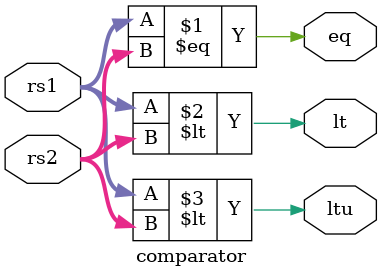
<source format=sv>
module comparator(
    input [31:0] rs1,
    input [31:0] rs2,

    output eq,
    output lt,
    output ltu
);

assign eq = (rs1 == rs2);
assign lt = ($signed(rs1) < $signed(rs2));
assign ltu = (rs1 < rs2);

endmodule
</source>
